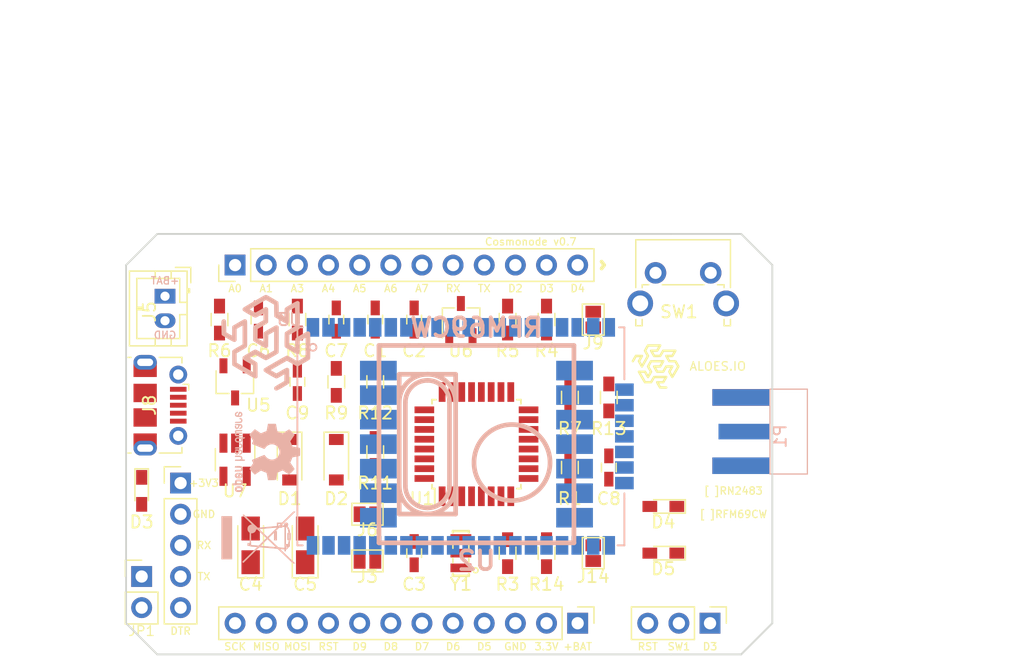
<source format=kicad_pcb>
(kicad_pcb (version 4) (host pcbnew 4.0.7-e2-6376~60~ubuntu17.10.1)
  (layers (0 F.Cu signal) (31 B.Cu signal) (34 B.Paste user) (35 F.Paste user) (36 B.SilkS user) (37 F.SilkS user) (38 B.Mask user) (39 F.Mask user) (44 Edge.Cuts user))
  (net 0 "")
  (net 1 GND)
  (net 2 +3V3)
  (net 3 "Net-(U1-Pad7)")
  (net 4 "Net-(U1-Pad8)")
  (net 5 /AREF)
  (net 6 RST)
  (net 7 DTR)
  (net 8 VDD)
  (net 9 A3)
  (net 10 +BATT)
  (net 11 "Net-(D3-Pad1)")
  (net 12 "Net-(D3-Pad2)")
  (net 13 A0)
  (net 14 A1)
  (net 15 A4)
  (net 16 A5)
  (net 17 A6)
  (net 18 A7)
  (net 19 RX)
  (net 20 D5)
  (net 21 D6)
  (net 22 D7)
  (net 23 D8)
  (net 24 D9)
  (net 25 "Net-(J8-Pad2)")
  (net 26 "Net-(J8-Pad4)")
  (net 27 "Net-(J8-Pad3)")
  (net 28 TX)
  (net 29 /RADIO_RESET)
  (net 30 D10)
  (net 31 A2)
  (net 32 "Net-(R11-Pad2)")
  (net 33 D3)
  (net 34 D4)
  (net 35 D2)
  (net 36 "Net-(U3-Pad46)")
  (net 37 "Net-(U3-Pad45)")
  (net 38 "Net-(U3-Pad44)")
  (net 39 "Net-(U3-Pad43)")
  (net 40 "Net-(U3-Pad42)")
  (net 41 "Net-(U3-Pad40)")
  (net 42 "Net-(U3-Pad39)")
  (net 43 "Net-(U3-Pad38)")
  (net 44 "Net-(U3-Pad37)")
  (net 45 "Net-(U3-Pad36)")
  (net 46 "Net-(U3-Pad35)")
  (net 47 "Net-(U3-Pad31)")
  (net 48 "Net-(U3-Pad30)")
  (net 49 "Net-(U3-Pad29)")
  (net 50 "Net-(U3-Pad25)")
  (net 51 "Net-(U3-Pad19)")
  (net 52 "Net-(U3-Pad18)")
  (net 53 "Net-(U3-Pad17)")
  (net 54 "Net-(U3-Pad16)")
  (net 55 "Net-(U3-Pad15)")
  (net 56 "Net-(U3-Pad14)")
  (net 57 "Net-(U3-Pad13)")
  (net 58 "Net-(U3-Pad10)")
  (net 59 "Net-(U3-Pad9)")
  (net 60 "Net-(U3-Pad5)")
  (net 61 "Net-(U3-Pad4)")
  (net 62 "Net-(U3-Pad3)")
  (net 63 "Net-(U3-Pad2)")
  (net 64 "Net-(D4-Pad2)")
  (net 65 "Net-(D5-Pad2)")
  (net 66 "Net-(J9-Pad1)")
  (net 67 "Net-(J14-Pad1)")
  (net 68 "Net-(C4-Pad1)")
  (net 69 D11/MOSI)
  (net 70 D12/MISO)
  (net 71 D13/SCK)
  (net 72 ANT)
  (net 73 "Net-(U2-Pad3)")
  (net 74 "Net-(U2-Pad4)")
  (net 75 "Net-(U2-Pad5)")
  (net 76 "Net-(U2-Pad11)")
  (net 77 "Net-(D1-Pad1)")
  (net 78 "Net-(JP2-Pad2)")
  (module Mounting_Holes:MountingHole_2.2mm_M2_ISO14580 (layer F.Cu) (at 196.215 105.41)
    (fp_text reference MK1 hide)
    (fp_text value Mounting_Hole hide)
    (pad 1 np_thru_hole circle (at 0 0) (size 2.2 2.2) (drill 2.2) (layers *.Cu *.Mask))
  )
  (module Capacitors_SMD:C_0603_HandSoldering (layer F.Cu) (at 166.37 84.455 90)
    (fp_text reference C1 (at -2.54 0 180) (layer F.SilkS))
    (fp_text value 100nF hide)
    (pad 1 smd rect (at -0.95 0 90) (size 1.2 0.75) (layers F.Cu F.Paste F.Mask) (net 2 +3V3))
    (pad 2 smd rect (at 0.95 0 90) (size 1.2 0.75) (layers F.Cu F.Paste F.Mask) (net 1 GND))
  )
  (module Capacitors_SMD:C_0603_HandSoldering (layer F.Cu) (at 169.545 84.455 270)
    (fp_text reference C2 (at 2.54 0 360) (layer F.SilkS))
    (fp_text value 100nF hide)
    (pad 1 smd rect (at -0.95 0 270) (size 1.2 0.75) (layers F.Cu F.Paste F.Mask) (net 1 GND))
    (pad 2 smd rect (at 0.95 0 270) (size 1.2 0.75) (layers F.Cu F.Paste F.Mask) (net 5 /AREF))
  )
  (module Capacitors_SMD:C_0603_HandSoldering (layer F.Cu) (at 169.545 103.505 270)
    (fp_text reference C3 (at 2.54 0 540) (layer F.SilkS))
    (fp_text value 100nF hide)
    (pad 1 smd rect (at -0.95 0 270) (size 1.2 0.75) (layers F.Cu F.Paste F.Mask) (net 6 RST))
    (pad 2 smd rect (at 0.95 0 270) (size 1.2 0.75) (layers F.Cu F.Paste F.Mask) (net 7 DTR))
  )
  (module Capacitors_SMD:C_0603_HandSoldering (layer F.Cu) (at 156.845 84.455 90)
    (fp_text reference C6 (at -2.54 0 180) (layer F.SilkS))
    (fp_text value 4.7uF hide)
    (pad 1 smd rect (at -0.95 0 90) (size 1.2 0.75) (layers F.Cu F.Paste F.Mask) (net 2 +3V3))
    (pad 2 smd rect (at 0.95 0 90) (size 1.2 0.75) (layers F.Cu F.Paste F.Mask) (net 1 GND))
  )
  (module Capacitors_SMD:C_0603_HandSoldering (layer F.Cu) (at 163.195 84.455 90)
    (fp_text reference C7 (at -2.54 0 180) (layer F.SilkS))
    (fp_text value 100nF hide)
    (pad 1 smd rect (at -0.95 0 90) (size 1.2 0.75) (layers F.Cu F.Paste F.Mask) (net 1 GND))
    (pad 2 smd rect (at 0.95 0 90) (size 1.2 0.75) (layers F.Cu F.Paste F.Mask) (net 9 A3))
  )
  (module Capacitors_SMD:C_0603_HandSoldering (layer F.Cu) (at 185.42 96.52 90)
    (fp_text reference C8 (at -2.54 0 180) (layer F.SilkS))
    (fp_text value 100nF hide)
    (pad 1 smd rect (at -0.95 0 90) (size 1.2 0.75) (layers F.Cu F.Paste F.Mask) (net 1 GND))
    (pad 2 smd rect (at 0.95 0 90) (size 1.2 0.75) (layers F.Cu F.Paste F.Mask) (net 2 +3V3))
  )
  (module Symbols:OSHW-Logo2_7.3x6mm_SilkScreen (layer B.Cu) (at 157.48 95.25 90)
    (fp_text reference J4 hide)
    (fp_text value OSHW hide)
  )
  (module Connectors_JST:JST_PH_B2B-PH-K_02x2.00mm_Straight (layer F.Cu) (at 149.225 82.55 270)
    (fp_text reference J5 (at 1.27 1.27 270) (layer F.SilkS))
    (fp_text value CONN_01X02 hide)
    (pad 1 thru_hole rect (at 0 0 270) (size 1.2 1.7) (drill 0.75) (layers *.Cu *.Mask) (net 10 +BATT))
    (pad 2 thru_hole oval (at 2 0 270) (size 1.2 1.7) (drill 0.75) (layers *.Cu *.Mask) (net 1 GND))
  )
  (module Resistors_SMD:R_0603_HandSoldering (layer F.Cu) (at 182.245 96.52 270)
    (fp_text reference R1 (at 2.54 0 360) (layer F.SilkS))
    (fp_text value 10k hide)
    (pad 1 smd rect (at -1.1 0 270) (size 1.2 0.9) (layers F.Cu F.Paste F.Mask) (net 2 +3V3))
    (pad 2 smd rect (at 1.1 0 270) (size 1.2 0.9) (layers F.Cu F.Paste F.Mask) (net 23 D8))
  )
  (module Resistors_SMD:R_0603_HandSoldering (layer F.Cu) (at 177.165 103.505 90)
    (fp_text reference R3 (at -2.54 0 360) (layer F.SilkS))
    (fp_text value 10k hide)
    (pad 1 smd rect (at -1.1 0 90) (size 1.2 0.9) (layers F.Cu F.Paste F.Mask) (net 2 +3V3))
    (pad 2 smd rect (at 1.1 0 90) (size 1.2 0.9) (layers F.Cu F.Paste F.Mask) (net 6 RST))
  )
  (module Resistors_SMD:R_0603_HandSoldering (layer F.Cu) (at 180.34 84.455 90)
    (fp_text reference R4 (at -2.54 0 180) (layer F.SilkS))
    (fp_text value 1k hide)
    (pad 1 smd rect (at -1.1 0 90) (size 1.2 0.9) (layers F.Cu F.Paste F.Mask) (net 2 +3V3))
    (pad 2 smd rect (at 1.1 0 90) (size 1.2 0.9) (layers F.Cu F.Paste F.Mask) (net 16 A5))
  )
  (module Resistors_SMD:R_0603_HandSoldering (layer F.Cu) (at 177.165 84.455 90)
    (fp_text reference R5 (at -2.54 0 180) (layer F.SilkS))
    (fp_text value 1k hide)
    (pad 1 smd rect (at -1.1 0 90) (size 1.2 0.9) (layers F.Cu F.Paste F.Mask) (net 2 +3V3))
    (pad 2 smd rect (at 1.1 0 90) (size 1.2 0.9) (layers F.Cu F.Paste F.Mask) (net 15 A4))
  )
  (module Resistors_SMD:R_0603_HandSoldering (layer F.Cu) (at 153.67 84.455 90)
    (fp_text reference R6 (at -2.54 0 180) (layer F.SilkS))
    (fp_text value 0 hide)
    (pad 1 smd rect (at -1.1 0 90) (size 1.2 0.9) (layers F.Cu F.Paste F.Mask) (net 2 +3V3))
    (pad 2 smd rect (at 1.1 0 90) (size 1.2 0.9) (layers F.Cu F.Paste F.Mask) (net 10 +BATT))
  )
  (module Resistors_SMD:R_0603_HandSoldering (layer F.Cu) (at 182.245 90.805 270)
    (fp_text reference R7 (at 2.54 0 360) (layer F.SilkS))
    (fp_text value 100k hide)
    (pad 1 smd rect (at -1.1 0 270) (size 1.2 0.9) (layers F.Cu F.Paste F.Mask) (net 31 A2))
    (pad 2 smd rect (at 1.1 0 270) (size 1.2 0.9) (layers F.Cu F.Paste F.Mask) (net 2 +3V3))
  )
  (module Resistors_SMD:R_0603_HandSoldering (layer F.Cu) (at 160.02 84.455 270)
    (fp_text reference R8 (at 2.54 0 360) (layer F.SilkS))
    (fp_text value 1M hide)
    (pad 1 smd rect (at -1.1 0 270) (size 1.2 0.9) (layers F.Cu F.Paste F.Mask) (net 10 +BATT))
    (pad 2 smd rect (at 1.1 0 270) (size 1.2 0.9) (layers F.Cu F.Paste F.Mask) (net 9 A3))
  )
  (module Resistors_SMD:R_0603_HandSoldering (layer F.Cu) (at 163.195 89.535 270)
    (fp_text reference R9 (at 2.54 0 360) (layer F.SilkS))
    (fp_text value 470k hide)
    (pad 1 smd rect (at -1.1 0 270) (size 1.2 0.9) (layers F.Cu F.Paste F.Mask) (net 9 A3))
    (pad 2 smd rect (at 1.1 0 270) (size 1.2 0.9) (layers F.Cu F.Paste F.Mask) (net 1 GND))
  )
  (module Housings_QFP:TQFP-32_7x7mm_Pitch0.8mm (layer F.Cu) (at 174.625 94.615 90)
    (fp_text reference U1 (at -4.445 -4.445 180) (layer F.SilkS))
    (fp_text value ATMEGA328P-AU hide)
    (pad 1 smd rect (at -4.25 -2.8 90) (size 1.6 0.55) (layers F.Cu F.Paste F.Mask) (net 33 D3))
    (pad 2 smd rect (at -4.25 -2 90) (size 1.6 0.55) (layers F.Cu F.Paste F.Mask) (net 34 D4))
    (pad 3 smd rect (at -4.25 -1.2 90) (size 1.6 0.55) (layers F.Cu F.Paste F.Mask) (net 1 GND))
    (pad 4 smd rect (at -4.25 -0.4 90) (size 1.6 0.55) (layers F.Cu F.Paste F.Mask) (net 2 +3V3))
    (pad 5 smd rect (at -4.25 0.4 90) (size 1.6 0.55) (layers F.Cu F.Paste F.Mask) (net 1 GND))
    (pad 6 smd rect (at -4.25 1.2 90) (size 1.6 0.55) (layers F.Cu F.Paste F.Mask) (net 2 +3V3))
    (pad 7 smd rect (at -4.25 2 90) (size 1.6 0.55) (layers F.Cu F.Paste F.Mask) (net 3 "Net-(U1-Pad7)"))
    (pad 8 smd rect (at -4.25 2.8 90) (size 1.6 0.55) (layers F.Cu F.Paste F.Mask) (net 4 "Net-(U1-Pad8)"))
    (pad 9 smd rect (at -2.8 4.25 180) (size 1.6 0.55) (layers F.Cu F.Paste F.Mask) (net 20 D5))
    (pad 10 smd rect (at -2 4.25 180) (size 1.6 0.55) (layers F.Cu F.Paste F.Mask) (net 21 D6))
    (pad 11 smd rect (at -1.2 4.25 180) (size 1.6 0.55) (layers F.Cu F.Paste F.Mask) (net 22 D7))
    (pad 12 smd rect (at -0.4 4.25 180) (size 1.6 0.55) (layers F.Cu F.Paste F.Mask) (net 23 D8))
    (pad 13 smd rect (at 0.4 4.25 180) (size 1.6 0.55) (layers F.Cu F.Paste F.Mask) (net 24 D9))
    (pad 14 smd rect (at 1.2 4.25 180) (size 1.6 0.55) (layers F.Cu F.Paste F.Mask) (net 30 D10))
    (pad 15 smd rect (at 2 4.25 180) (size 1.6 0.55) (layers F.Cu F.Paste F.Mask) (net 69 D11/MOSI))
    (pad 16 smd rect (at 2.8 4.25 180) (size 1.6 0.55) (layers F.Cu F.Paste F.Mask) (net 70 D12/MISO))
    (pad 17 smd rect (at 4.25 2.8 90) (size 1.6 0.55) (layers F.Cu F.Paste F.Mask) (net 71 D13/SCK))
    (pad 18 smd rect (at 4.25 2 90) (size 1.6 0.55) (layers F.Cu F.Paste F.Mask) (net 2 +3V3))
    (pad 19 smd rect (at 4.25 1.2 90) (size 1.6 0.55) (layers F.Cu F.Paste F.Mask) (net 17 A6))
    (pad 20 smd rect (at 4.25 0.4 90) (size 1.6 0.55) (layers F.Cu F.Paste F.Mask) (net 5 /AREF))
    (pad 21 smd rect (at 4.25 -0.4 90) (size 1.6 0.55) (layers F.Cu F.Paste F.Mask) (net 1 GND))
    (pad 22 smd rect (at 4.25 -1.2 90) (size 1.6 0.55) (layers F.Cu F.Paste F.Mask) (net 18 A7))
    (pad 23 smd rect (at 4.25 -2 90) (size 1.6 0.55) (layers F.Cu F.Paste F.Mask) (net 13 A0))
    (pad 24 smd rect (at 4.25 -2.8 90) (size 1.6 0.55) (layers F.Cu F.Paste F.Mask) (net 14 A1))
    (pad 25 smd rect (at 2.8 -4.25 180) (size 1.6 0.55) (layers F.Cu F.Paste F.Mask) (net 31 A2))
    (pad 26 smd rect (at 2 -4.25 180) (size 1.6 0.55) (layers F.Cu F.Paste F.Mask) (net 9 A3))
    (pad 27 smd rect (at 1.2 -4.25 180) (size 1.6 0.55) (layers F.Cu F.Paste F.Mask) (net 15 A4))
    (pad 28 smd rect (at 0.4 -4.25 180) (size 1.6 0.55) (layers F.Cu F.Paste F.Mask) (net 16 A5))
    (pad 29 smd rect (at -0.4 -4.25 180) (size 1.6 0.55) (layers F.Cu F.Paste F.Mask) (net 6 RST))
    (pad 30 smd rect (at -1.2 -4.25 180) (size 1.6 0.55) (layers F.Cu F.Paste F.Mask) (net 19 RX))
    (pad 31 smd rect (at -2 -4.25 180) (size 1.6 0.55) (layers F.Cu F.Paste F.Mask) (net 28 TX))
    (pad 32 smd rect (at -2.8 -4.25 180) (size 1.6 0.55) (layers F.Cu F.Paste F.Mask) (net 35 D2))
  )
  (module TO_SOT_Packages_SMD:TSOT-23 (layer F.Cu) (at 173.355 84.455 90)
    (fp_text reference U6 (at -2.54 0 180) (layer F.SilkS))
    (fp_text value ATSHA204 hide)
    (pad 1 smd rect (at -1.31 -0.95 90) (size 1.22 0.65) (layers F.Cu F.Paste F.Mask) (net 31 A2))
    (pad 2 smd rect (at -1.31 0.95 90) (size 1.22 0.65) (layers F.Cu F.Paste F.Mask) (net 2 +3V3))
    (pad 3 smd rect (at 1.31 0 90) (size 1.22 0.65) (layers F.Cu F.Paste F.Mask) (net 1 GND))
  )
  (module SMD-RESONATOR-8MHZ-33PF:X3-SMD-3.6X1.3X0.8MM (layer F.Cu) (at 173.355 103.505 90)
    (fp_text reference Y1 (at -2.54 0 180) (layer F.SilkS))
    (fp_text value Crystal_GND2 hide)
    (pad 1 smd rect (at -1.2 0 90) (size 0.7 1.7) (layers F.Cu F.Paste F.Mask) (net 4 "Net-(U1-Pad8)"))
    (pad 2 smd rect (at 0 0 90) (size 0.7 1.7) (layers F.Cu F.Paste F.Mask) (net 1 GND))
    (pad 3 smd rect (at 1.2 0 90) (size 0.7 1.7) (layers F.Cu F.Paste F.Mask) (net 3 "Net-(U1-Pad7)"))
  )
  (module Symbols:WEEE-Logo_4.2x6mm_SilkScreen (layer B.Cu) (at 156.845 102.235 90)
    (fp_text reference J10 hide)
    (fp_text value WEEE_Logo hide)
  )
  (module Aloes:Aloes (layer B.Cu) (at 157.48 86.36 90)
    (fp_text reference J11 hide)
    (fp_text value Aloes_Logo hide)
  )
  (module Capacitors_SMD:C_0603_HandSoldering (layer F.Cu) (at 160.02 89.535 270)
    (fp_text reference C9 (at 2.54 0 360) (layer F.SilkS))
    (fp_text value 100nF hide)
    (pad 1 smd rect (at -0.95 0 270) (size 1.2 0.75) (layers F.Cu F.Paste F.Mask) (net 2 +3V3))
    (pad 2 smd rect (at 0.95 0 270) (size 1.2 0.75) (layers F.Cu F.Paste F.Mask) (net 1 GND))
  )
  (module Diodes_SMD:D_SOD-123 (layer F.Cu) (at 159.385 95.885 270)
    (fp_text reference D1 (at 3.175 0 360) (layer F.SilkS))
    (fp_text value MBR0520 hide)
    (pad 1 smd rect (at -1.65 0 270) (size 0.9 1.2) (layers F.Cu F.Paste F.Mask) (net 77 "Net-(D1-Pad1)"))
    (pad 2 smd rect (at 1.65 0 270) (size 0.9 1.2) (layers F.Cu F.Paste F.Mask) (net 8 VDD))
  )
  (module Diodes_SMD:D_SOD-123 (layer F.Cu) (at 163.195 95.885 270)
    (fp_text reference D2 (at 3.175 0 360) (layer F.SilkS))
    (fp_text value MBR0520 hide)
    (pad 1 smd rect (at -1.65 0 270) (size 0.9 1.2) (layers F.Cu F.Paste F.Mask) (net 77 "Net-(D1-Pad1)"))
    (pad 2 smd rect (at 1.65 0 270) (size 0.9 1.2) (layers F.Cu F.Paste F.Mask) (net 10 +BATT))
  )
  (module LEDs:LED_0603_HandSoldering (layer F.Cu) (at 147.32 98.425 270)
    (fp_text reference D3 (at 2.54 0 360) (layer F.SilkS))
    (fp_text value LED hide)
    (pad 1 smd rect (at -1.1 0 270) (size 1.2 0.9) (layers F.Cu F.Paste F.Mask) (net 11 "Net-(D3-Pad1)"))
    (pad 2 smd rect (at 1.1 0 270) (size 1.2 0.9) (layers F.Cu F.Paste F.Mask) (net 12 "Net-(D3-Pad2)"))
  )
  (module Connectors_USB:USB_Micro-B_Molex-105017-0001 (layer F.Cu) (at 147.955 91.44 270)
    (fp_text reference J8 (at 0 0 270) (layer F.SilkS))
    (fp_text value USB_OTG hide)
    (pad 6 smd rect (at 1 0.35 270) (size 1.5 1.9) (layers F.Cu F.Paste F.Mask) (net 1 GND))
    (pad 6 thru_hole circle (at -2.5 -2.35 270) (size 1.45 1.45) (drill 0.85) (layers *.Cu *.Mask) (net 1 GND))
    (pad 2 smd rect (at -0.65 -2.35 270) (size 0.4 1.35) (layers F.Cu F.Paste F.Mask) (net 25 "Net-(J8-Pad2)"))
    (pad 1 smd rect (at -1.3 -2.35 270) (size 0.4 1.35) (layers F.Cu F.Paste F.Mask) (net 8 VDD))
    (pad 5 smd rect (at 1.3 -2.35 270) (size 0.4 1.35) (layers F.Cu F.Paste F.Mask) (net 1 GND))
    (pad 4 smd rect (at 0.65 -2.35 270) (size 0.4 1.35) (layers F.Cu F.Paste F.Mask) (net 26 "Net-(J8-Pad4)"))
    (pad 3 smd rect (at 0 -2.35 270) (size 0.4 1.35) (layers F.Cu F.Paste F.Mask) (net 27 "Net-(J8-Pad3)"))
    (pad 6 thru_hole circle (at 2.5 -2.35 270) (size 1.45 1.45) (drill 0.85) (layers *.Cu *.Mask) (net 1 GND))
    (pad 6 smd rect (at -1 0.35 270) (size 1.5 1.9) (layers F.Cu F.Paste F.Mask) (net 1 GND))
    (pad 6 thru_hole oval (at -3.5 0.35 90) (size 1.2 1.9) (drill oval 0.6 1.3) (layers *.Cu *.Mask) (net 1 GND))
    (pad 6 thru_hole oval (at 3.5 0.35 270) (size 1.2 1.9) (drill oval 0.6 1.3) (layers *.Cu *.Mask) (net 1 GND))
    (pad 6 smd rect (at 2.9 0.35 270) (size 1.2 1.9) (layers F.Cu F.Mask) (net 1 GND))
    (pad 6 smd rect (at -2.9 0.35 270) (size 1.2 1.9) (layers F.Cu F.Mask) (net 1 GND))
  )
  (module Pin_Headers:Pin_Header_Straight_1x05_Pitch2.54mm (layer F.Cu) (at 150.495 97.79)
    (fp_text reference J13 hide)
    (fp_text value CONN_01X05 hide)
    (pad 1 thru_hole rect (at 0 0) (size 1.7 1.7) (drill 1) (layers *.Cu *.Mask) (net 2 +3V3))
    (pad 2 thru_hole oval (at 0 2.54) (size 1.7 1.7) (drill 1) (layers *.Cu *.Mask) (net 1 GND))
    (pad 3 thru_hole oval (at 0 5.08) (size 1.7 1.7) (drill 1) (layers *.Cu *.Mask) (net 19 RX))
    (pad 4 thru_hole oval (at 0 7.62) (size 1.7 1.7) (drill 1) (layers *.Cu *.Mask) (net 28 TX))
    (pad 5 thru_hole oval (at 0 10.16) (size 1.7 1.7) (drill 1) (layers *.Cu *.Mask) (net 7 DTR))
  )
  (module Resistors_SMD:R_0603_HandSoldering (layer F.Cu) (at 166.37 95.25 270)
    (fp_text reference R11 (at 2.54 0 360) (layer F.SilkS))
    (fp_text value R hide)
    (pad 1 smd rect (at -1.1 0 270) (size 1.2 0.9) (layers F.Cu F.Paste F.Mask) (net 1 GND))
    (pad 2 smd rect (at 1.1 0 270) (size 1.2 0.9) (layers F.Cu F.Paste F.Mask) (net 32 "Net-(R11-Pad2)"))
  )
  (module Resistors_SMD:R_0603_HandSoldering (layer F.Cu) (at 166.37 89.535 90)
    (fp_text reference R12 (at -2.54 0 180) (layer F.SilkS))
    (fp_text value 1k hide)
    (pad 1 smd rect (at -1.1 0 90) (size 1.2 0.9) (layers F.Cu F.Paste F.Mask) (net 12 "Net-(D3-Pad2)"))
    (pad 2 smd rect (at 1.1 0 90) (size 1.2 0.9) (layers F.Cu F.Paste F.Mask) (net 77 "Net-(D1-Pad1)"))
  )
  (module RN2483:RN2483 (layer B.Cu) (at 160.02 102.87 90)
    (fp_text reference U3 (at 18.415 -0.635 180) (layer B.SilkS) (effects (justify mirror)))
    (fp_text value RN2483 hide)
    (pad 47 smd rect (at 0 1.27 90) (size 1.524 1.016) (layers B.Cu B.Paste B.Mask) (net 1 GND))
    (pad 46 smd rect (at 0 2.54 90) (size 1.524 1.016) (layers B.Cu B.Paste B.Mask) (net 36 "Net-(U3-Pad46)"))
    (pad 45 smd rect (at 0 3.81 90) (size 1.524 1.016) (layers B.Cu B.Paste B.Mask) (net 37 "Net-(U3-Pad45)"))
    (pad 44 smd rect (at 0 5.08 90) (size 1.524 1.016) (layers B.Cu B.Paste B.Mask) (net 38 "Net-(U3-Pad44)"))
    (pad 43 smd rect (at 0 6.35 90) (size 1.524 1.016) (layers B.Cu B.Paste B.Mask) (net 39 "Net-(U3-Pad43)"))
    (pad 42 smd rect (at 0 7.62 90) (size 1.524 1.016) (layers B.Cu B.Paste B.Mask) (net 40 "Net-(U3-Pad42)"))
    (pad 41 smd rect (at 0 8.89 90) (size 1.524 1.016) (layers B.Cu B.Paste B.Mask) (net 1 GND))
    (pad 40 smd rect (at 0 10.16 90) (size 1.524 1.016) (layers B.Cu B.Paste B.Mask) (net 41 "Net-(U3-Pad40)"))
    (pad 39 smd rect (at 0 11.43 90) (size 1.524 1.016) (layers B.Cu B.Paste B.Mask) (net 42 "Net-(U3-Pad39)"))
    (pad 38 smd rect (at 0 12.7 90) (size 1.524 1.016) (layers B.Cu B.Paste B.Mask) (net 43 "Net-(U3-Pad38)"))
    (pad 37 smd rect (at 0 13.97 90) (size 1.524 1.016) (layers B.Cu B.Paste B.Mask) (net 44 "Net-(U3-Pad37)"))
    (pad 36 smd rect (at 0 15.24 90) (size 1.524 1.016) (layers B.Cu B.Paste B.Mask) (net 45 "Net-(U3-Pad36)"))
    (pad 35 smd rect (at 0 16.51 90) (size 1.524 1.016) (layers B.Cu B.Paste B.Mask) (net 46 "Net-(U3-Pad35)"))
    (pad 34 smd rect (at 0 17.78 90) (size 1.524 1.016) (layers B.Cu B.Paste B.Mask) (net 2 +3V3))
    (pad 33 smd rect (at 0 19.05 90) (size 1.524 1.016) (layers B.Cu B.Paste B.Mask) (net 1 GND))
    (pad 32 smd rect (at 0 20.32 90) (size 1.524 1.016) (layers B.Cu B.Paste B.Mask) (net 29 /RADIO_RESET))
    (pad 31 smd rect (at 0 21.59 90) (size 1.524 1.016) (layers B.Cu B.Paste B.Mask) (net 47 "Net-(U3-Pad31)"))
    (pad 30 smd rect (at 0 22.86 90) (size 1.524 1.016) (layers B.Cu B.Paste B.Mask) (net 48 "Net-(U3-Pad30)"))
    (pad 29 smd rect (at 0 24.13 90) (size 1.524 1.016) (layers B.Cu B.Paste B.Mask) (net 49 "Net-(U3-Pad29)"))
    (pad 28 smd rect (at 0 25.4 90) (size 1.524 1.016) (layers B.Cu B.Paste B.Mask) (net 1 GND))
    (pad 20 smd rect (at 17.78 25.4 90) (size 1.524 1.016) (layers B.Cu B.Paste B.Mask) (net 1 GND))
    (pad 27 smd rect (at 5.08 26.67 90) (size 1.016 1.524) (layers B.Cu B.Paste B.Mask) (net 1 GND))
    (pad 26 smd rect (at 6.35 26.67 90) (size 1.016 1.524) (layers B.Cu B.Paste B.Mask) (net 1 GND))
    (pad 25 smd rect (at 7.62 26.67 90) (size 1.016 1.524) (layers B.Cu B.Paste B.Mask) (net 50 "Net-(U3-Pad25)"))
    (pad 24 smd rect (at 8.89 26.67 90) (size 1.016 1.524) (layers B.Cu B.Paste B.Mask) (net 1 GND))
    (pad 23 smd rect (at 10.16 26.67 90) (size 1.016 1.524) (layers B.Cu B.Paste B.Mask) (net 72 ANT))
    (pad 22 smd rect (at 11.43 26.67 90) (size 1.016 1.524) (layers B.Cu B.Paste B.Mask) (net 1 GND))
    (pad 21 smd rect (at 12.7 26.67 90) (size 1.016 1.524) (layers B.Cu B.Paste B.Mask) (net 1 GND))
    (pad 19 smd rect (at 17.78 24.13 90) (size 1.524 1.016) (layers B.Cu B.Paste B.Mask) (net 51 "Net-(U3-Pad19)"))
    (pad 18 smd rect (at 17.78 22.86 90) (size 1.524 1.016) (layers B.Cu B.Paste B.Mask) (net 52 "Net-(U3-Pad18)"))
    (pad 17 smd rect (at 17.78 21.59 90) (size 1.524 1.016) (layers B.Cu B.Paste B.Mask) (net 53 "Net-(U3-Pad17)"))
    (pad 16 smd rect (at 17.78 20.32 90) (size 1.524 1.016) (layers B.Cu B.Paste B.Mask) (net 54 "Net-(U3-Pad16)"))
    (pad 15 smd rect (at 17.78 19.05 90) (size 1.524 1.016) (layers B.Cu B.Paste B.Mask) (net 55 "Net-(U3-Pad15)"))
    (pad 14 smd rect (at 17.78 17.78 90) (size 1.524 1.016) (layers B.Cu B.Paste B.Mask) (net 56 "Net-(U3-Pad14)"))
    (pad 13 smd rect (at 17.78 16.51 90) (size 1.524 1.016) (layers B.Cu B.Paste B.Mask) (net 57 "Net-(U3-Pad13)"))
    (pad 12 smd rect (at 17.78 15.24 90) (size 1.524 1.016) (layers B.Cu B.Paste B.Mask) (net 2 +3V3))
    (pad 11 smd rect (at 17.78 13.97 90) (size 1.524 1.016) (layers B.Cu B.Paste B.Mask) (net 1 GND))
    (pad 10 smd rect (at 17.78 12.7 90) (size 1.524 1.016) (layers B.Cu B.Paste B.Mask) (net 58 "Net-(U3-Pad10)"))
    (pad 9 smd rect (at 17.78 11.43 90) (size 1.524 1.016) (layers B.Cu B.Paste B.Mask) (net 59 "Net-(U3-Pad9)"))
    (pad 8 smd rect (at 17.78 10.16 90) (size 1.524 1.016) (layers B.Cu B.Paste B.Mask) (net 1 GND))
    (pad 7 smd rect (at 17.78 8.89 90) (size 1.524 1.016) (layers B.Cu B.Paste B.Mask) (net 30 D10))
    (pad 6 smd rect (at 17.78 7.62 90) (size 1.524 1.016) (layers B.Cu B.Paste B.Mask) (net 69 D11/MOSI))
    (pad 5 smd rect (at 17.78 6.35 90) (size 1.524 1.016) (layers B.Cu B.Paste B.Mask) (net 60 "Net-(U3-Pad5)"))
    (pad 4 smd rect (at 17.78 5.08 90) (size 1.524 1.016) (layers B.Cu B.Paste B.Mask) (net 61 "Net-(U3-Pad4)"))
    (pad 3 smd rect (at 17.78 3.81 90) (size 1.524 1.016) (layers B.Cu B.Paste B.Mask) (net 62 "Net-(U3-Pad3)"))
    (pad 2 smd rect (at 17.78 2.54 90) (size 1.524 1.016) (layers B.Cu B.Paste B.Mask) (net 63 "Net-(U3-Pad2)"))
    (pad 1 smd rect (at 17.78 1.27 90) (size 1.524 1.016) (layers B.Cu B.Paste B.Mask) (net 1 GND))
  )
  (module Aloes:Aloes_mini (layer F.Cu) (at 189.23 88.265)
    (fp_text reference J12 hide)
    (fp_text value Aloes_mini_Logo hide)
  )
  (module LEDs:LED_0603_HandSoldering (layer F.Cu) (at 189.865 99.695 180)
    (fp_text reference D4 (at 0 -1.27 360) (layer F.SilkS))
    (fp_text value LED hide)
    (pad 1 smd rect (at -1.1 0 180) (size 1.2 0.9) (layers F.Cu F.Paste F.Mask) (net 1 GND))
    (pad 2 smd rect (at 1.1 0 180) (size 1.2 0.9) (layers F.Cu F.Paste F.Mask) (net 64 "Net-(D4-Pad2)"))
  )
  (module LEDs:LED_0603_HandSoldering (layer F.Cu) (at 189.865 103.505 180)
    (fp_text reference D5 (at 0 -1.27 360) (layer F.SilkS))
    (fp_text value LED hide)
    (pad 1 smd rect (at -1.1 0 180) (size 1.2 0.9) (layers F.Cu F.Paste F.Mask) (net 1 GND))
    (pad 2 smd rect (at 1.1 0 180) (size 1.2 0.9) (layers F.Cu F.Paste F.Mask) (net 65 "Net-(D5-Pad2)"))
  )
  (module Connectors:GS2 (layer F.Cu) (at 184.15 84.455 180)
    (fp_text reference J9 (at 0 -1.905 360) (layer F.SilkS))
    (fp_text value GS2 hide)
    (pad 1 smd rect (at 0 -0.64 180) (size 1.27 0.97) (layers F.Cu F.Paste F.Mask) (net 66 "Net-(J9-Pad1)"))
    (pad 2 smd rect (at 0 0.64 180) (size 1.27 0.97) (layers F.Cu F.Paste F.Mask) (net 17 A6))
  )
  (module Connectors:GS2 (layer F.Cu) (at 184.15 103.505 180)
    (fp_text reference J14 (at 0 -1.905 360) (layer F.SilkS))
    (fp_text value GS2 hide)
    (pad 1 smd rect (at 0 -0.64 180) (size 1.27 0.97) (layers F.Cu F.Paste F.Mask) (net 67 "Net-(J14-Pad1)"))
    (pad 2 smd rect (at 0 0.64 180) (size 1.27 0.97) (layers F.Cu F.Paste F.Mask) (net 18 A7))
  )
  (module Resistors_SMD:R_0603_HandSoldering (layer F.Cu) (at 185.42 90.805 90)
    (fp_text reference R13 (at -2.54 0 180) (layer F.SilkS))
    (fp_text value 1k hide)
    (pad 1 smd rect (at -1.1 0 90) (size 1.2 0.9) (layers F.Cu F.Paste F.Mask) (net 64 "Net-(D4-Pad2)"))
    (pad 2 smd rect (at 1.1 0 90) (size 1.2 0.9) (layers F.Cu F.Paste F.Mask) (net 66 "Net-(J9-Pad1)"))
  )
  (module Resistors_SMD:R_0603_HandSoldering (layer F.Cu) (at 180.34 103.505 90)
    (fp_text reference R14 (at -2.54 0 180) (layer F.SilkS))
    (fp_text value 1k hide)
    (pad 1 smd rect (at -1.1 0 90) (size 1.2 0.9) (layers F.Cu F.Paste F.Mask) (net 65 "Net-(D5-Pad2)"))
    (pad 2 smd rect (at 1.1 0 90) (size 1.2 0.9) (layers F.Cu F.Paste F.Mask) (net 67 "Net-(J14-Pad1)"))
  )
  (module TO_SOT_Packages_SMD:SOT-23-5_HandSoldering (layer F.Cu) (at 154.94 95.885 270)
    (fp_text reference U7 (at 2.54 0 360) (layer F.SilkS))
    (fp_text value MCP73811T-420I/OT hide)
    (pad 1 smd rect (at -1.35 -0.95 270) (size 1.56 0.65) (layers F.Cu F.Paste F.Mask) (net 11 "Net-(D3-Pad1)"))
    (pad 2 smd rect (at -1.35 0 270) (size 1.56 0.65) (layers F.Cu F.Paste F.Mask) (net 1 GND))
    (pad 3 smd rect (at -1.35 0.95 270) (size 1.56 0.65) (layers F.Cu F.Paste F.Mask) (net 10 +BATT))
    (pad 4 smd rect (at 1.35 0.95 270) (size 1.56 0.65) (layers F.Cu F.Paste F.Mask) (net 77 "Net-(D1-Pad1)"))
    (pad 5 smd rect (at 1.35 -0.95 270) (size 1.56 0.65) (layers F.Cu F.Paste F.Mask) (net 32 "Net-(R11-Pad2)"))
  )
  (module TO_SOT_Packages_SMD:TSOT-23 (layer F.Cu) (at 154.94 89.535 270)
    (fp_text reference U5 (at 1.905 -1.905 360) (layer F.SilkS))
    (fp_text value XC6206P332MR hide)
    (pad 1 smd rect (at -1.31 -0.95 270) (size 1.22 0.65) (layers F.Cu F.Paste F.Mask) (net 1 GND))
    (pad 2 smd rect (at -1.31 0.95 270) (size 1.22 0.65) (layers F.Cu F.Paste F.Mask) (net 2 +3V3))
    (pad 3 smd rect (at 1.31 0 270) (size 1.22 0.65) (layers F.Cu F.Paste F.Mask) (net 68 "Net-(C4-Pad1)"))
  )
  (module Capacitors_Tantalum_SMD:CP_Tantalum_Case-A_EIA-3216-18_Reflow (layer F.Cu) (at 160.655 102.87 90)
    (fp_text reference C5 (at -3.175 0 360) (layer F.SilkS))
    (fp_text value 47uF hide)
    (pad 1 smd rect (at -1.375 0 90) (size 1.95 1.5) (layers F.Cu F.Paste F.Mask) (net 68 "Net-(C4-Pad1)"))
    (pad 2 smd rect (at 1.375 0 90) (size 1.95 1.5) (layers F.Cu F.Paste F.Mask) (net 1 GND))
  )
  (module Capacitors_Tantalum_SMD:CP_Tantalum_Case-A_EIA-3216-18_Reflow (layer F.Cu) (at 156.21 102.87 90)
    (fp_text reference C4 (at -3.175 0 360) (layer F.SilkS))
    (fp_text value 47uF hide)
    (pad 1 smd rect (at -1.375 0 90) (size 1.95 1.5) (layers F.Cu F.Paste F.Mask) (net 68 "Net-(C4-Pad1)"))
    (pad 2 smd rect (at 1.375 0 90) (size 1.95 1.5) (layers F.Cu F.Paste F.Mask) (net 1 GND))
  )
  (module sma:EDGE_SMA_5 (layer B.Cu) (at 196.215 90.805 180)
    (fp_text reference P1 (at -3.175 -3.175 450) (layer B.SilkS) (effects (justify mirror)))
    (fp_text value COAX)
    (pad 5 smd rect (at 0 -5.57 180) (size 4.7 1.35) (layers F.Cu B.Paste B.Mask))
    (pad 3 smd rect (at 0 0 180) (size 4.7 1.35) (layers F.Cu B.Paste B.Mask))
    (pad 2 smd rect (at 0 0 180) (size 4.7 1.35) (layers B.Cu B.Paste B.Mask) (net 1 GND))
    (pad 1 smd rect (at -0.25 -2.785 180) (size 4.2 1.27) (layers B.Cu B.Paste B.Mask) (net 72 ANT))
    (pad 4 smd rect (at 0 -5.57 180) (size 4.7 1.35) (layers B.Cu B.Paste B.Mask))
  )
  (module w_rf_modules:RFM12B_SMD (layer B.Cu) (at 174.625 94.615)
    (fp_text reference U2 (at 0 9.4996) (layer B.SilkS) (effects (font (thickness 0.3048)) (justify mirror)))
    (fp_text value RFM69CW (at 0 -9.4996) (layer B.SilkS) (effects (font (thickness 0.3048)) (justify mirror)))
    (pad 1 smd rect (at -7.99846 5.99948) (size 2.9972 1.59766) (layers B.Cu B.Paste B.Mask) (net 70 D12/MISO))
    (pad 2 smd rect (at -8.001 4.0005) (size 2.9972 1.59766) (layers B.Cu B.Paste B.Mask) (net 35 D2))
    (pad 3 smd rect (at -8.001 1.99898) (size 2.9972 1.59766) (layers B.Cu B.Paste B.Mask) (net 73 "Net-(U2-Pad3)"))
    (pad 4 smd rect (at -8.001 0) (size 2.9972 1.59766) (layers B.Cu B.Paste B.Mask) (net 74 "Net-(U2-Pad4)"))
    (pad 5 smd rect (at -8.001 -1.99898) (size 2.9972 1.59766) (layers B.Cu B.Paste B.Mask) (net 75 "Net-(U2-Pad5)"))
    (pad 6 smd rect (at -8.001 -4.0005) (size 2.9972 1.59766) (layers B.Cu B.Paste B.Mask) (net 24 D9))
    (pad 7 smd rect (at -8.001 -5.99948) (size 2.9972 1.59766) (layers B.Cu B.Paste B.Mask) (net 1 GND))
    (pad 8 smd rect (at 8.001 -5.99948) (size 2.9972 1.59766) (layers B.Cu B.Paste B.Mask) (net 72 ANT))
    (pad 9 smd rect (at 8.001 -4.0005) (size 2.9972 1.59766) (layers B.Cu B.Paste B.Mask) (net 2 +3V3))
    (pad 10 smd rect (at 8.001 -1.99898) (size 2.9972 1.59766) (layers B.Cu B.Paste B.Mask) (net 1 GND))
    (pad 11 smd rect (at 8.001 0) (size 2.9972 1.59766) (layers B.Cu B.Paste B.Mask) (net 76 "Net-(U2-Pad11)"))
    (pad 12 smd rect (at 8.001 1.99898) (size 2.9972 1.59766) (layers B.Cu B.Paste B.Mask) (net 69 D11/MOSI))
    (pad 13 smd rect (at 8.001 4.0005) (size 2.9972 1.59766) (layers B.Cu B.Paste B.Mask) (net 71 D13/SCK))
    (pad 14 smd rect (at 8.001 5.99948) (size 2.9972 1.59766) (layers B.Cu B.Paste B.Mask) (net 30 D10))
  )
  (module Connectors:GS2 (layer F.Cu) (at 165.735 104.14 270)
    (fp_text reference J3 (at 1.27 0 360) (layer F.SilkS))
    (fp_text value GS2 hide)
    (pad 1 smd rect (at 0 -0.64 270) (size 1.27 0.97) (layers F.Cu F.Paste F.Mask) (net 29 /RADIO_RESET))
    (pad 2 smd rect (at 0 0.64 270) (size 1.27 0.97) (layers F.Cu F.Paste F.Mask) (net 24 D9))
  )
  (module Connectors:GS2 (layer F.Cu) (at 165.735 100.33 270)
    (fp_text reference J6 (at 1.27 0 360) (layer F.SilkS))
    (fp_text value GS2 hide)
    (pad 1 smd rect (at 0 -0.64 270) (size 1.27 0.97) (layers F.Cu F.Paste F.Mask) (net 35 D2))
    (pad 2 smd rect (at 0 0.64 270) (size 1.27 0.97) (layers F.Cu F.Paste F.Mask) (net 69 D11/MOSI))
  )
  (module Pin_Headers:Pin_Header_Straight_1x02_Pitch2.54mm (layer F.Cu) (at 147.32 105.41)
    (fp_text reference JP1 (at 0 4.445) (layer F.SilkS) (effects (font (size 0.8 0.8) (thickness 0.1))))
    (fp_text value Jumper_NO_Small hide)
    (pad 1 thru_hole rect (at 0 0) (size 1.7 1.7) (drill 1) (layers *.Cu *.Mask) (net 77 "Net-(D1-Pad1)"))
    (pad 2 thru_hole oval (at 0 2.54) (size 1.7 1.7) (drill 1) (layers *.Cu *.Mask) (net 68 "Net-(C4-Pad1)"))
  )
  (module Pin_Headers:Pin_Header_Straight_1x12_Pitch2.54mm (layer F.Cu) (at 154.94 80.01 90)
    (fp_text reference J1 hide)
    (fp_text value CONN_01X12 hide)
    (pad 1 thru_hole rect (at 0 0 90) (size 1.7 1.7) (drill 1) (layers *.Cu *.Mask) (net 13 A0))
    (pad 2 thru_hole oval (at 0 2.54 90) (size 1.7 1.7) (drill 1) (layers *.Cu *.Mask) (net 14 A1))
    (pad 3 thru_hole oval (at 0 5.08 90) (size 1.7 1.7) (drill 1) (layers *.Cu *.Mask) (net 9 A3))
    (pad 4 thru_hole oval (at 0 7.62 90) (size 1.7 1.7) (drill 1) (layers *.Cu *.Mask) (net 15 A4))
    (pad 5 thru_hole oval (at 0 10.16 90) (size 1.7 1.7) (drill 1) (layers *.Cu *.Mask) (net 16 A5))
    (pad 6 thru_hole oval (at 0 12.7 90) (size 1.7 1.7) (drill 1) (layers *.Cu *.Mask) (net 17 A6))
    (pad 7 thru_hole oval (at 0 15.24 90) (size 1.7 1.7) (drill 1) (layers *.Cu *.Mask) (net 18 A7))
    (pad 8 thru_hole oval (at 0 17.78 90) (size 1.7 1.7) (drill 1) (layers *.Cu *.Mask) (net 19 RX))
    (pad 9 thru_hole oval (at 0 20.32 90) (size 1.7 1.7) (drill 1) (layers *.Cu *.Mask) (net 28 TX))
    (pad 10 thru_hole oval (at 0 22.86 90) (size 1.7 1.7) (drill 1) (layers *.Cu *.Mask) (net 35 D2))
    (pad 11 thru_hole oval (at 0 25.4 90) (size 1.7 1.7) (drill 1) (layers *.Cu *.Mask) (net 33 D3))
    (pad 12 thru_hole oval (at 0 27.94 90) (size 1.7 1.7) (drill 1) (layers *.Cu *.Mask) (net 34 D4))
  )
  (module Pin_Headers:Pin_Header_Straight_1x12_Pitch2.54mm (layer F.Cu) (at 182.88 109.22 270)
    (fp_text reference J2 hide)
    (fp_text value CONN_01X12 hide)
    (pad 1 thru_hole rect (at 0 0 270) (size 1.7 1.7) (drill 1) (layers *.Cu *.Mask) (net 10 +BATT))
    (pad 2 thru_hole oval (at 0 2.54 270) (size 1.7 1.7) (drill 1) (layers *.Cu *.Mask) (net 2 +3V3))
    (pad 3 thru_hole oval (at 0 5.08 270) (size 1.7 1.7) (drill 1) (layers *.Cu *.Mask) (net 1 GND))
    (pad 4 thru_hole oval (at 0 7.62 270) (size 1.7 1.7) (drill 1) (layers *.Cu *.Mask) (net 20 D5))
    (pad 5 thru_hole oval (at 0 10.16 270) (size 1.7 1.7) (drill 1) (layers *.Cu *.Mask) (net 21 D6))
    (pad 6 thru_hole oval (at 0 12.7 270) (size 1.7 1.7) (drill 1) (layers *.Cu *.Mask) (net 22 D7))
    (pad 7 thru_hole oval (at 0 15.24 270) (size 1.7 1.7) (drill 1) (layers *.Cu *.Mask) (net 23 D8))
    (pad 8 thru_hole oval (at 0 17.78 270) (size 1.7 1.7) (drill 1) (layers *.Cu *.Mask) (net 24 D9))
    (pad 9 thru_hole oval (at 0 20.32 270) (size 1.7 1.7) (drill 1) (layers *.Cu *.Mask) (net 6 RST))
    (pad 10 thru_hole oval (at 0 22.86 270) (size 1.7 1.7) (drill 1) (layers *.Cu *.Mask) (net 69 D11/MOSI))
    (pad 11 thru_hole oval (at 0 25.4 270) (size 1.7 1.7) (drill 1) (layers *.Cu *.Mask) (net 70 D12/MISO))
    (pad 12 thru_hole oval (at 0 27.94 270) (size 1.7 1.7) (drill 1) (layers *.Cu *.Mask) (net 71 D13/SCK))
  )
  (module Pin_Headers:Pin_Header_Straight_1x03_Pitch2.54mm (layer F.Cu) (at 193.675 109.22 270)
    (fp_text reference JP2 hide)
    (fp_text value Jumper_NC_Dual hide)
    (pad 1 thru_hole rect (at 0 0 270) (size 1.7 1.7) (drill 1) (layers *.Cu *.Mask) (net 33 D3))
    (pad 2 thru_hole oval (at 0 2.54 270) (size 1.7 1.7) (drill 1) (layers *.Cu *.Mask) (net 78 "Net-(JP2-Pad2)"))
    (pad 3 thru_hole oval (at 0 5.08 270) (size 1.7 1.7) (drill 1) (layers *.Cu *.Mask) (net 6 RST))
  )
  (module Buttons_Switches_THT:SW_Tactile_SPST_Angled_PTS645Vx58-2LFS (layer F.Cu) (at 189.23 80.645)
    (fp_text reference SW1 (at 1.905 3.175 180) (layer F.SilkS))
    (fp_text value SW_DIP_x01 hide)
    (pad "" thru_hole circle (at 5.76 2.49) (size 2.1 2.1) (drill 1.3) (layers *.Cu *.Mask))
    (pad 2 thru_hole circle (at 4.5 0) (size 1.75 1.75) (drill 0.99) (layers *.Cu *.Mask) (net 78 "Net-(JP2-Pad2)"))
    (pad 1 thru_hole circle (at 0 0) (size 1.75 1.75) (drill 0.99) (layers *.Cu *.Mask) (net 1 GND))
    (pad "" thru_hole circle (at -1.25 2.49) (size 2.1 2.1) (drill 1.3) (layers *.Cu *.Mask))
  )
  (gr_text SW1 (at 191.135 111.125) (layer F.SilkS) (effects (font (size 0.6 0.6) (thickness 0.1))))
  (gr_text D3 (at 193.675 111.125) (layer F.SilkS) (effects (font (size 0.6 0.6) (thickness 0.1))))
  (gr_text RST (at 188.595 111.125) (layer F.SilkS) (effects (font (size 0.6 0.6) (thickness 0.1))))
  (gr_line (start 190.5 77.47) (end 196.215 77.47) (angle 90) (layer Edge.Cuts) (width 0.15))
  (gr_line (start 196.215 111.76) (end 190.5 111.76) (angle 90) (layer Edge.Cuts) (width 0.15))
  (gr_text "[ ]RFM69CW" (at 195.58 100.33) (layer F.SilkS) (effects (font (size 0.6 0.6) (thickness 0.1))))
  (gr_text "[ ]RN2483" (at 195.58 98.425) (layer F.SilkS) (effects (font (size 0.6 0.6) (thickness 0.1))))
  (gr_text ^ (at 184.15 80.01 270) (layer F.SilkS) (effects (font (size 1.5 1.5) (thickness 0.3))))
  (gr_text GND (at 152.4 100.33) (layer F.SilkS) (effects (font (size 0.6 0.6) (thickness 0.1))))
  (gr_text +3V3 (at 152.4 97.79) (layer F.SilkS) (effects (font (size 0.6 0.6) (thickness 0.1))))
  (gr_text DTR (at 150.495 109.855) (layer F.SilkS) (effects (font (size 0.6 0.6) (thickness 0.1))))
  (gr_text TX (at 152.4 105.41) (layer F.SilkS) (effects (font (size 0.6 0.6) (thickness 0.1))))
  (gr_text RX (at 152.4 102.87) (layer F.SilkS) (effects (font (size 0.6 0.6) (thickness 0.1))))
  (gr_text TX (at 175.26 81.915) (layer F.SilkS) (effects (font (size 0.6 0.6) (thickness 0.1))))
  (gr_text RX (at 172.72 81.915) (layer F.SilkS) (effects (font (size 0.6 0.6) (thickness 0.1))))
  (gr_text A3 (at 160.02 81.915) (layer F.SilkS) (effects (font (size 0.6 0.6) (thickness 0.1))))
  (gr_text D2 (at 177.8 81.915) (layer F.SilkS) (effects (font (size 0.6 0.6) (thickness 0.1))))
  (gr_text D9 (at 165.1 111.125) (layer F.SilkS) (effects (font (size 0.6 0.6) (thickness 0.1))))
  (gr_text D8 (at 167.64 111.125) (layer F.SilkS) (effects (font (size 0.6 0.6) (thickness 0.1))))
  (gr_text ALOES.IO (at 194.31 88.265) (layer F.SilkS) (effects (font (size 0.7 0.7) (thickness 0.1))))
  (gr_text "Cosmonode v0.7\n" (at 175.26 78.105) (layer F.SilkS) (effects (font (size 0.6 0.6) (thickness 0.1)) (justify left)))
  (gr_text GND (at 149.225 85.725) (layer B.SilkS) (effects (font (size 0.6 0.6) (thickness 0.1)) (justify mirror)))
  (gr_text +BAT (at 149.225 81.28) (layer B.SilkS) (effects (font (size 0.6 0.6) (thickness 0.1)) (justify mirror)))
  (gr_text SCK (at 154.94 111.125) (layer F.SilkS) (effects (font (size 0.6 0.6) (thickness 0.1))))
  (gr_text MISO (at 157.48 111.125) (layer F.SilkS) (effects (font (size 0.6 0.6) (thickness 0.1))))
  (gr_text MOSI (at 160.02 111.125) (layer F.SilkS) (effects (font (size 0.6 0.6) (thickness 0.1))))
  (gr_text RST (at 162.56 111.125) (layer F.SilkS) (effects (font (size 0.6 0.6) (thickness 0.1))))
  (gr_text A6 (at 167.64 81.915) (layer F.SilkS) (effects (font (size 0.6 0.6) (thickness 0.1))))
  (gr_text A1 (at 157.48 81.915) (layer F.SilkS) (effects (font (size 0.6 0.6) (thickness 0.1))))
  (gr_text A0 (at 154.94 81.915) (layer F.SilkS) (effects (font (size 0.6 0.6) (thickness 0.1))))
  (gr_text D7 (at 170.18 111.125) (layer F.SilkS) (effects (font (size 0.6 0.6) (thickness 0.1))))
  (gr_text GND (at 177.8 111.125) (layer F.SilkS) (effects (font (size 0.6 0.6) (thickness 0.1))))
  (gr_text A7 (at 170.18 81.915) (layer F.SilkS) (effects (font (size 0.6 0.6) (thickness 0.1))))
  (gr_text A5 (at 165.1 81.915) (layer F.SilkS) (effects (font (size 0.6 0.6) (thickness 0.1))))
  (gr_text A4 (at 162.56 81.915) (layer F.SilkS) (effects (font (size 0.6 0.6) (thickness 0.1))))
  (gr_text 3.3V (at 180.34 111.125) (layer F.SilkS) (effects (font (size 0.6 0.6) (thickness 0.1))))
  (gr_text +BAT (at 182.88 111.125) (layer F.SilkS) (effects (font (size 0.6 0.6) (thickness 0.1))))
  (gr_text D6 (at 172.72 111.125) (layer F.SilkS) (effects (font (size 0.6 0.6) (thickness 0.1))))
  (gr_text D5 (at 175.26 111.125) (layer F.SilkS) (effects (font (size 0.6 0.6) (thickness 0.1))))
  (gr_text D4 (at 182.88 81.915) (layer F.SilkS) (effects (font (size 0.6 0.6) (thickness 0.1))))
  (gr_text D3 (at 180.34 81.915) (layer F.SilkS) (effects (font (size 0.6 0.6) (thickness 0.1))))
  (gr_line (start 146.05 109.22) (end 146.05 80.01) (angle 90) (layer Edge.Cuts) (width 0.15))
  (gr_line (start 190.5 111.76) (end 148.59 111.76) (angle 90) (layer Edge.Cuts) (width 0.15))
  (gr_line (start 198.755 80.01) (end 198.755 109.22) (angle 90) (layer Edge.Cuts) (width 0.15))
  (gr_line (start 148.59 77.47) (end 190.5 77.47) (angle 90) (layer Edge.Cuts) (width 0.15))
  (gr_line (start 196.215 77.47) (end 198.755 80.01) (angle 90) (layer Edge.Cuts) (width 0.15))
  (gr_line (start 196.215 111.76) (end 198.755 109.22) (angle 90) (layer Edge.Cuts) (width 0.15))
  (gr_line (start 148.59 77.47) (end 146.05 80.01) (angle 90) (layer Edge.Cuts) (width 0.15))
  (gr_line (start 146.05 109.22) (end 148.59 111.76) (angle 90) (layer Edge.Cuts) (width 0.15))
)
</source>
